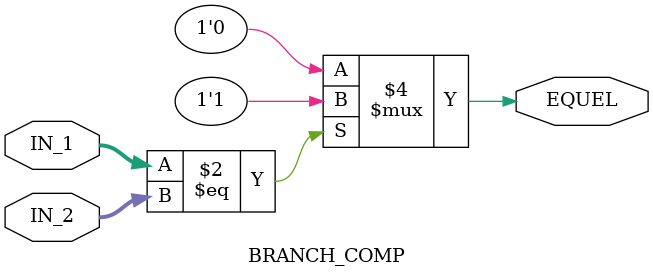
<source format=v>
`timescale 1ns / 1ps

module BRANCH_COMP(IN_1,IN_2,EQUEL
    );
	input  [31:0] IN_1;
	input  [31:0] IN_2;
	output reg EQUEL;
		
		always @(*) begin
			if (IN_1== IN_2)
				#0.01 EQUEL=1'b1;
			else  
				#0.01 EQUEL=1'b0;
		
		end
	
	endmodule
//assign ,= out always block
//if should in always block 
</source>
